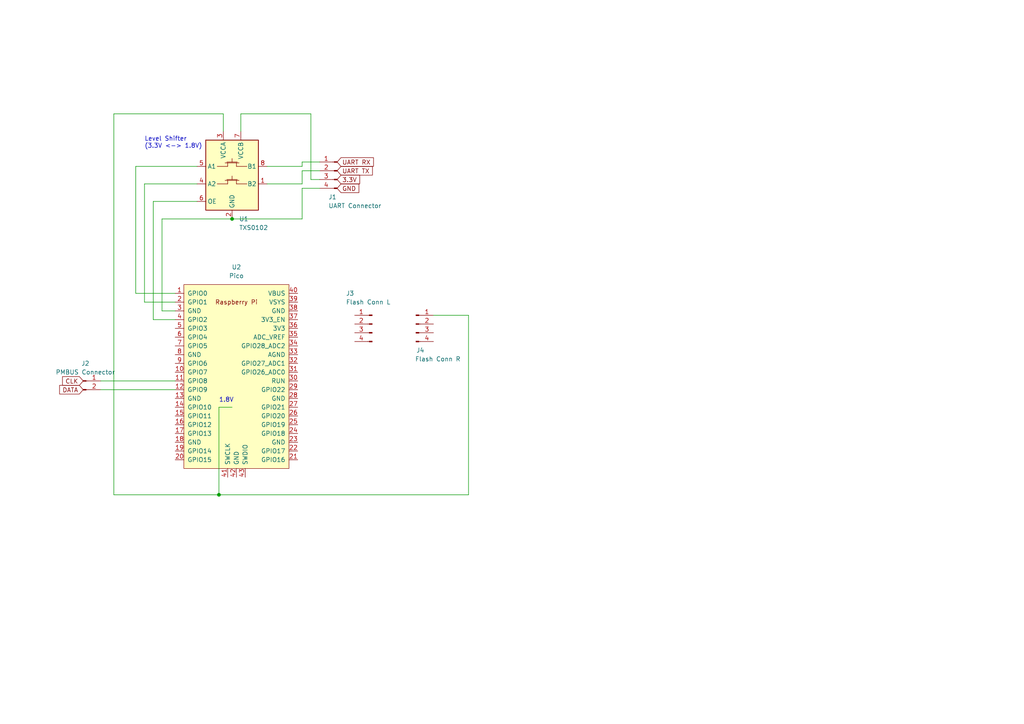
<source format=kicad_sch>
(kicad_sch (version 20211123) (generator eeschema)
  (paper "A4")
  (title_block (title "Glitcher v2") (date "2025-02-06") (rev "2"))
  (lib_symbols
    (symbol "Connector:Conn_01x02_Male" (pin_names (offset 1.016) hide)
      (property "Reference" "J" (at 0 2.54 0))
      (property "Value" "Conn_01x02_Male" (at 0 -5.08 0))
      (symbol "Conn_01x02_Male_1_1"
        (polyline (pts (xy 1.27 -2.54) (xy 0.8636 -2.54)) (stroke (width 0.1524)))
        (polyline (pts (xy 1.27 0) (xy 0.8636 0)) (stroke (width 0.1524)))
        (rectangle (start 0.8636 -2.413) (end 0 -2.667) (stroke (width 0.1524)) (fill (type outline)))
        (rectangle (start 0.8636 0.127) (end 0 -0.127) (stroke (width 0.1524)) (fill (type outline)))
        (pin passive line (at 5.08 0 180) (length 3.81) (name "Pin_1") (number "1"))
        (pin passive line (at 5.08 -2.54 180) (length 3.81) (name "Pin_2") (number "2"))
      )
    )
    (symbol "Connector:Conn_01x04_Male" (pin_names (offset 1.016) hide)
      (property "Reference" "J" (at 0 5.08 0))
      (property "Value" "Conn_01x04_Male" (at 0 -7.62 0))
      (symbol "Conn_01x04_Male_1_1"
        (polyline (pts (xy 1.27 -5.08) (xy 0.8636 -5.08)) (stroke (width 0.1524)))
        (polyline (pts (xy 1.27 -2.54) (xy 0.8636 -2.54)) (stroke (width 0.1524)))
        (polyline (pts (xy 1.27 0) (xy 0.8636 0)) (stroke (width 0.1524)))
        (polyline (pts (xy 1.27 2.54) (xy 0.8636 2.54)) (stroke (width 0.1524)))
        (rectangle (start 0.8636 -4.953) (end 0 -5.207) (stroke (width 0.1524)) (fill (type outline)))
        (rectangle (start 0.8636 -2.413) (end 0 -2.667) (stroke (width 0.1524)) (fill (type outline)))
        (rectangle (start 0.8636 0.127) (end 0 -0.127) (stroke (width 0.1524)) (fill (type outline)))
        (rectangle (start 0.8636 2.667) (end 0 2.413) (stroke (width 0.1524)) (fill (type outline)))
        (pin passive line (at 5.08 2.54 180) (length 3.81) (name "Pin_1") (number "1"))
        (pin passive line (at 5.08 0 180) (length 3.81) (name "Pin_2") (number "2"))
        (pin passive line (at 5.08 -2.54 180) (length 3.81) (name "Pin_3") (number "3"))
        (pin passive line (at 5.08 -5.08 180) (length 3.81) (name "Pin_4") (number "4"))
      )
    )
    (symbol "Logic_LevelTranslator:TXS0102DCU"
      (property "Reference" "U" (at -6.35 11.43 0))
      (property "Value" "TXS0102DCU" (at 3.81 11.43 0))
      (symbol "TXS0102DCU_0_1"
        (rectangle (start -7.62 10.16) (end 7.62 -10.16) (stroke (width 0.254)) (fill (type background)))
        (polyline (pts (xy -4.318 -2.54) (xy -1.27 -2.54)))
        (polyline (pts (xy -2.032 -1.524) (xy 2.032 -1.524)))
        (polyline (pts (xy -1.524 -1.27) (xy 1.524 -1.27)))
        (polyline (pts (xy -1.27 -2.54) (xy -1.27 -1.524)))
        (polyline (pts (xy 0 -1.27) (xy 0 -0.254)))
        (polyline (pts (xy 1.27 -2.54) (xy 1.27 -1.524)))
        (polyline (pts (xy 4.318 -2.54) (xy 1.27 -2.54)))
      )
      (symbol "TXS0102DCU_1_1"
        (polyline (pts (xy -4.318 2.54) (xy -1.27 2.54)))
        (polyline (pts (xy -2.032 3.556) (xy 2.032 3.556)))
        (polyline (pts (xy -1.524 3.81) (xy 1.524 3.81)))
        (polyline (pts (xy -1.27 2.54) (xy -1.27 3.556)))
        (polyline (pts (xy 0 3.81) (xy 0 4.826)))
        (polyline (pts (xy 1.27 2.54) (xy 1.27 3.556)))
        (polyline (pts (xy 4.318 2.54) (xy 1.27 2.54)))
        (pin bidirectional line (at 10.16 -2.54 180) (length 2.54) (name "B2") (number "1"))
        (pin power_in line (at 0 -12.7 90) (length 2.54) (name "GND") (number "2"))
        (pin power_in line (at -2.54 12.7 270) (length 2.54) (name "VCCA") (number "3"))
        (pin bidirectional line (at -10.16 -2.54 0) (length 2.54) (name "A2") (number "4"))
        (pin bidirectional line (at -10.16 2.54 0) (length 2.54) (name "A1") (number "5"))
        (pin input line (at -10.16 -7.62 0) (length 2.54) (name "OE") (number "6"))
        (pin power_in line (at 2.54 12.7 270) (length 2.54) (name "VCCB") (number "7"))
        (pin bidirectional line (at 10.16 2.54 180) (length 2.54) (name "B1") (number "8"))
      )
    )
    (symbol "ucode-fi:Pico" (pin_names (offset 1.016))
      (property "Reference" "U" (at -13.97 27.94 0))
      (property "Value" "Pico" (at 0 19.05 0))
      (symbol "Pico_0_0"
        (text "Raspberry Pi" (at 0 21.59 0) (effects (font (size 1.27 1.27))))
      )
      (symbol "Pico_0_1"
        (rectangle (start -15.24 26.67) (end 15.24 -26.67) (fill (type background)))
      )
      (symbol "Pico_1_1"
        (pin bidirectional line (at -17.78 24.13 0) (length 2.54) (name "GPIO0") (number "1"))
        (pin bidirectional line (at -17.78 1.27 0) (length 2.54) (name "GPIO7") (number "10"))
        (pin bidirectional line (at -17.78 -1.27 0) (length 2.54) (name "GPIO8") (number "11"))
        (pin bidirectional line (at -17.78 -3.81 0) (length 2.54) (name "GPIO9") (number "12"))
        (pin power_in line (at -17.78 -6.35 0) (length 2.54) (name "GND") (number "13"))
        (pin bidirectional line (at -17.78 -8.89 0) (length 2.54) (name "GPIO10") (number "14"))
        (pin bidirectional line (at -17.78 -11.43 0) (length 2.54) (name "GPIO11") (number "15"))
        (pin bidirectional line (at -17.78 -13.97 0) (length 2.54) (name "GPIO12") (number "16"))
        (pin bidirectional line (at -17.78 -16.51 0) (length 2.54) (name "GPIO13") (number "17"))
        (pin power_in line (at -17.78 -19.05 0) (length 2.54) (name "GND") (number "18"))
        (pin bidirectional line (at -17.78 -21.59 0) (length 2.54) (name "GPIO14") (number "19"))
        (pin bidirectional line (at -17.78 21.59 0) (length 2.54) (name "GPIO1") (number "2"))
        (pin bidirectional line (at -17.78 -24.13 0) (length 2.54) (name "GPIO15") (number "20"))
        (pin bidirectional line (at 17.78 -24.13 180) (length 2.54) (name "GPIO16") (number "21"))
        (pin bidirectional line (at 17.78 -21.59 180) (length 2.54) (name "GPIO17") (number "22"))
        (pin power_in line (at 17.78 -19.05 180) (length 2.54) (name "GND") (number "23"))
        (pin bidirectional line (at 17.78 -16.51 180) (length 2.54) (name "GPIO18") (number "24"))
        (pin bidirectional line (at 17.78 -13.97 180) (length 2.54) (name "GPIO19") (number "25"))
        (pin bidirectional line (at 17.78 -11.43 180) (length 2.54) (name "GPIO20") (number "26"))
        (pin bidirectional line (at 17.78 -8.89 180) (length 2.54) (name "GPIO21") (number "27"))
        (pin power_in line (at 17.78 -6.35 180) (length 2.54) (name "GND") (number "28"))
        (pin bidirectional line (at 17.78 -3.81 180) (length 2.54) (name "GPIO22") (number "29"))
        (pin power_in line (at -17.78 19.05 0) (length 2.54) (name "GND") (number "3"))
        (pin input line (at 17.78 -1.27 180) (length 2.54) (name "RUN") (number "30"))
        (pin bidirectional line (at 17.78 1.27 180) (length 2.54) (name "GPIO26_ADC0") (number "31"))
        (pin bidirectional line (at 17.78 3.81 180) (length 2.54) (name "GPIO27_ADC1") (number "32"))
        (pin power_in line (at 17.78 6.35 180) (length 2.54) (name "AGND") (number "33"))
        (pin bidirectional line (at 17.78 8.89 180) (length 2.54) (name "GPIO28_ADC2") (number "34"))
        (pin unspecified line (at 17.78 11.43 180) (length 2.54) (name "ADC_VREF") (number "35"))
        (pin unspecified line (at 17.78 13.97 180) (length 2.54) (name "3V3") (number "36"))
        (pin input line (at 17.78 16.51 180) (length 2.54) (name "3V3_EN") (number "37"))
        (pin bidirectional line (at 17.78 19.05 180) (length 2.54) (name "GND") (number "38"))
        (pin unspecified line (at 17.78 21.59 180) (length 2.54) (name "VSYS") (number "39"))
        (pin bidirectional line (at -17.78 16.51 0) (length 2.54) (name "GPIO2") (number "4"))
        (pin unspecified line (at 17.78 24.13 180) (length 2.54) (name "VBUS") (number "40"))
        (pin input line (at -2.54 -29.21 90) (length 2.54) (name "SWCLK") (number "41"))
        (pin power_in line (at 0 -29.21 90) (length 2.54) (name "GND") (number "42"))
        (pin bidirectional line (at 2.54 -29.21 90) (length 2.54) (name "SWDIO") (number "43"))
        (pin bidirectional line (at -17.78 13.97 0) (length 2.54) (name "GPIO3") (number "5"))
        (pin bidirectional line (at -17.78 11.43 0) (length 2.54) (name "GPIO4") (number "6"))
        (pin bidirectional line (at -17.78 8.89 0) (length 2.54) (name "GPIO5") (number "7"))
        (pin power_in line (at -17.78 6.35 0) (length 2.54) (name "GND") (number "8"))
        (pin bidirectional line (at -17.78 3.81 0) (length 2.54) (name "GPIO6") (number "9"))
      )
    )
  )
  (junction (at 67.31 63.5))
  (junction (at 63.5 143.51))
  (wire (pts (xy 33.02 143.51) (xy 63.5 143.51)))
  (wire (pts (xy 67.31 63.5) (xy 87.63 63.5)))
  (wire (pts (xy 29.21 113.03) (xy 50.8 113.03)))
  (wire (pts (xy 67.31 63.5) (xy 46.99 63.5)))
  (wire (pts (xy 135.89 91.44) (xy 125.73 91.44)))
  (wire (pts (xy 46.99 90.17) (xy 50.8 90.17)))
  (wire (pts (xy 44.45 58.42) (xy 44.45 92.71)))
  (wire (pts (xy 41.91 53.34) (xy 57.15 53.34)))
  (wire (pts (xy 87.63 46.99) (xy 92.71 46.99)))
  (wire (pts (xy 63.5 143.51) (xy 135.89 143.51)))
  (wire (pts (xy 87.63 48.26) (xy 87.63 46.99)))
  (wire (pts (xy 44.45 92.71) (xy 50.8 92.71)))
  (wire (pts (xy 33.02 33.02) (xy 33.02 143.51)))
  (wire (pts (xy 87.63 53.34) (xy 87.63 49.53)))
  (wire (pts (xy 64.77 33.02) (xy 64.77 38.1)))
  (wire (pts (xy 63.5 143.51) (xy 63.5 118.11)))
  (wire (pts (xy 50.8 85.09) (xy 39.37 85.09)))
  (wire (pts (xy 57.15 58.42) (xy 44.45 58.42)))
  (wire (pts (xy 87.63 49.53) (xy 92.71 49.53)))
  (wire (pts (xy 90.17 33.02) (xy 69.85 33.02)))
  (wire (pts (xy 39.37 85.09) (xy 39.37 48.26)))
  (wire (pts (xy 77.47 48.26) (xy 87.63 48.26)))
  (wire (pts (xy 90.17 52.07) (xy 90.17 33.02)))
  (wire (pts (xy 87.63 63.5) (xy 87.63 54.61)))
  (wire (pts (xy 29.21 110.49) (xy 50.8 110.49)))
  (wire (pts (xy 135.89 143.51) (xy 135.89 91.44)))
  (wire (pts (xy 39.37 48.26) (xy 57.15 48.26)))
  (wire (pts (xy 87.63 54.61) (xy 92.71 54.61)))
  (wire (pts (xy 46.99 63.5) (xy 46.99 90.17)))
  (wire (pts (xy 69.85 33.02) (xy 69.85 38.1)))
  (wire (pts (xy 63.5 118.11) (xy 67.31 118.11)))
  (wire (pts (xy 64.77 33.02) (xy 33.02 33.02)))
  (wire (pts (xy 41.91 87.63) (xy 41.91 53.34)))
  (wire (pts (xy 50.8 87.63) (xy 41.91 87.63)))
  (wire (pts (xy 77.47 53.34) (xy 87.63 53.34)))
  (wire (pts (xy 92.71 52.07) (xy 90.17 52.07)))
  (text "Level Shifter\n(3.3V <-> 1.8V)" (at 41.91 43.18 0) (effects (font (size 1.27 1.27)) (justify left bottom)))
  (text "1.8V\n" (at 63.5 116.84 0) (effects (font (size 1.27 1.27)) (justify left bottom)))
  (global_label "GND" (shape input) (at 97.79 54.61 0) (property "Intersheet References" "${INTERSHEET_REFS}" (effects hide)))
  (global_label "UART RX" (shape input) (at 97.79 46.99 0) (property "Intersheet References" "${INTERSHEET_REFS}" (effects hide)))
  (global_label "CLK" (shape input) (at 24.13 110.49 180) (property "Intersheet References" "${INTERSHEET_REFS}" (effects hide)))
  (global_label "3.3V" (shape input) (at 97.79 52.07 0) (property "Intersheet References" "${INTERSHEET_REFS}" (effects hide)))
  (global_label "UART TX" (shape input) (at 97.79 49.53 0) (property "Intersheet References" "${INTERSHEET_REFS}" (effects hide)))
  (global_label "DATA" (shape input) (at 24.13 113.03 180) (property "Intersheet References" "${INTERSHEET_REFS}" (effects hide)))
  (symbol (lib_id "ucode-fi:Pico") (at 68.58 109.22 0) (unit 1)
    (property "Reference" "U2" (at 68.58 77.47 0))
    (property "Value" "Pico" (at 68.58 80.01 0))
    (property "Footprint" "RPi_Pico:RPi_Pico_SMD_TH" (effects hide))
  )
  (symbol (lib_id "Logic_LevelTranslator:TXS0102DCU") (at 67.31 50.8 0) (unit 1)
    (property "Reference" "U1" (at 69.3294 63.5 0) (effects (justify left)))
    (property "Value" "TXS0102" (at 69.3294 66.04 0) (effects (justify left)))
    (property "Footprint" "Package_SO:VSSOP-8_2.3x2mm_P0.5mm" (effects hide))
    (property "Datasheet" "http://www.ti.com/lit/gpn/txs0102" (effects hide))
  )
  (symbol (lib_id "Connector:Conn_01x02_Male") (at 24.13 110.49 0) (unit 1)
    (property "Reference" "J2" (at 24.765 105.41 0))
    (property "Value" "PMBUS Connector" (at 24.765 107.95 0))
  )
  (symbol (lib_id "Connector:Conn_01x04_Male") (at 97.79 49.53 0) (mirror y) (unit 1)
    (property "Reference" "J1" (at 95.25 57.15 0) (effects (justify right)))
    (property "Value" "UART Connector" (at 95.25 59.69 0) (effects (justify right)))
  )
  (symbol (lib_id "Connector:Conn_01x04_Male") (at 107.95 93.98 0) (mirror y) (unit 1)
    (property "Reference" "J3" (at 100.33 85.09 0) (effects (justify right)))
    (property "Value" "Flash Conn L" (at 100.33 87.63 0) (effects (justify right)))
  )
  (symbol (lib_id "Connector:Conn_01x04_Male") (at 120.65 93.98 0) (unit 1)
    (property "Reference" "J4" (at 121.92 101.6 0))
    (property "Value" "Flash Conn R" (at 127 104.14 0))
  )
)
</source>
